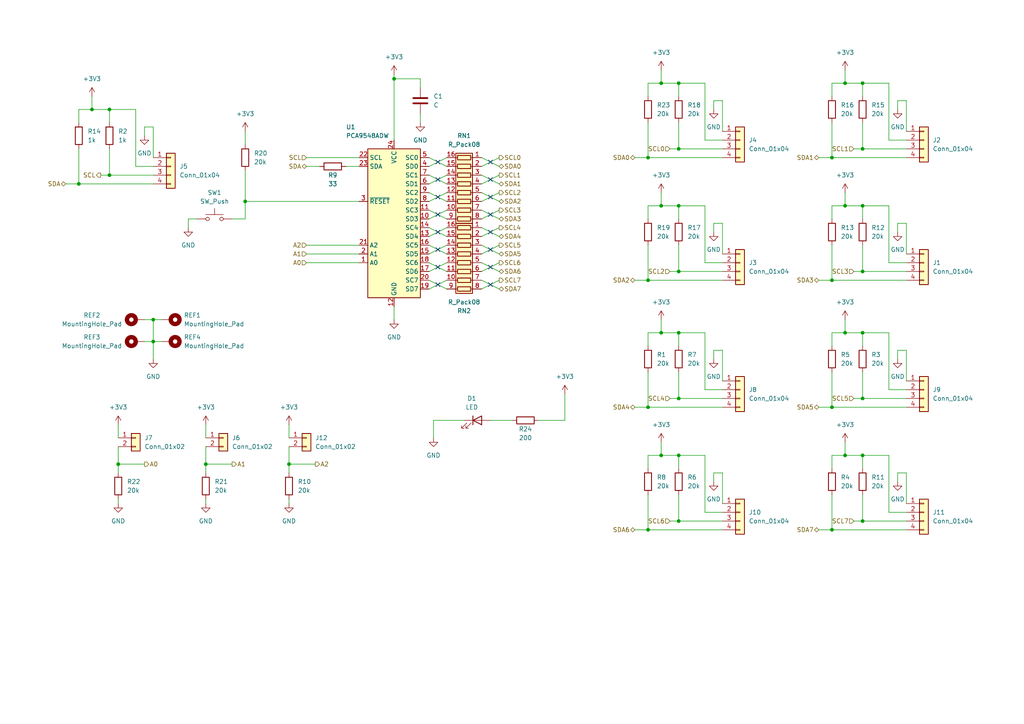
<source format=kicad_sch>
(kicad_sch (version 20211123) (generator eeschema)
  (paper "A4")
  (lib_symbols
    (symbol "Connector_Generic:Conn_01x02" (pin_names (offset 1.016) hide)
      (property "Reference" "J" (at 0 2.54 0))
      (property "Value" "Conn_01x02" (at 0 -5.08 0))
      (symbol "Conn_01x02_1_1"
        (rectangle (start -1.27 -2.413) (end 0 -2.667) (stroke (width 0.1524)))
        (rectangle (start -1.27 0.127) (end 0 -0.127) (stroke (width 0.1524)))
        (rectangle (start -1.27 1.27) (end 1.27 -3.81) (stroke (width 0.254)) (fill (type background)))
        (pin passive line (at -5.08 0 0) (length 3.81) (name "Pin_1") (number "1"))
        (pin passive line (at -5.08 -2.54 0) (length 3.81) (name "Pin_2") (number "2"))
      )
    )
    (symbol "Connector_Generic:Conn_01x04" (pin_names (offset 1.016) hide)
      (property "Reference" "J" (at 0 5.08 0))
      (property "Value" "Conn_01x04" (at 0 -7.62 0))
      (symbol "Conn_01x04_1_1"
        (rectangle (start -1.27 -4.953) (end 0 -5.207) (stroke (width 0.1524)))
        (rectangle (start -1.27 -2.413) (end 0 -2.667) (stroke (width 0.1524)))
        (rectangle (start -1.27 0.127) (end 0 -0.127) (stroke (width 0.1524)))
        (rectangle (start -1.27 2.667) (end 0 2.413) (stroke (width 0.1524)))
        (rectangle (start -1.27 3.81) (end 1.27 -6.35) (stroke (width 0.254)) (fill (type background)))
        (pin passive line (at -5.08 2.54 0) (length 3.81) (name "Pin_1") (number "1"))
        (pin passive line (at -5.08 0 0) (length 3.81) (name "Pin_2") (number "2"))
        (pin passive line (at -5.08 -2.54 0) (length 3.81) (name "Pin_3") (number "3"))
        (pin passive line (at -5.08 -5.08 0) (length 3.81) (name "Pin_4") (number "4"))
      )
    )
    (symbol "Device:C" (pin_numbers hide) (pin_names (offset 0.254))
      (property "Reference" "C" (at 0.635 2.54 0))
      (property "Value" "C" (at 0.635 -2.54 0))
      (symbol "C_0_1"
        (polyline (pts (xy -2.032 -0.762) (xy 2.032 -0.762)) (stroke (width 0.508)))
        (polyline (pts (xy -2.032 0.762) (xy 2.032 0.762)) (stroke (width 0.508)))
      )
      (symbol "C_1_1"
        (pin passive line (at 0 3.81 270) (length 2.794) (name "~") (number "1"))
        (pin passive line (at 0 -3.81 90) (length 2.794) (name "~") (number "2"))
      )
    )
    (symbol "Device:LED" (pin_numbers hide) (pin_names (offset 1.016) hide)
      (property "Reference" "D" (at 0 2.54 0))
      (property "Value" "LED" (at 0 -2.54 0))
      (symbol "LED_0_1"
        (polyline (pts (xy -1.27 -1.27) (xy -1.27 1.27)) (stroke (width 0.254)))
        (polyline (pts (xy -1.27 0) (xy 1.27 0)))
        (polyline (pts (xy 1.27 -1.27) (xy 1.27 1.27) (xy -1.27 0) (xy 1.27 -1.27)) (stroke (width 0.254)))
        (polyline (pts (xy -3.048 -0.762) (xy -4.572 -2.286) (xy -3.81 -2.286) (xy -4.572 -2.286) (xy -4.572 -1.524)))
        (polyline (pts (xy -1.778 -0.762) (xy -3.302 -2.286) (xy -2.54 -2.286) (xy -3.302 -2.286) (xy -3.302 -1.524)))
      )
      (symbol "LED_1_1"
        (pin passive line (at -3.81 0 0) (length 2.54) (name "K") (number "1"))
        (pin passive line (at 3.81 0 180) (length 2.54) (name "A") (number "2"))
      )
    )
    (symbol "Device:R" (pin_numbers hide) (pin_names (offset 0))
      (property "Reference" "R" (at 2.032 0 90))
      (property "Value" "R" (at 0 0 90))
      (symbol "R_0_1"
        (rectangle (start -1.016 -2.54) (end 1.016 2.54) (stroke (width 0.254)))
      )
      (symbol "R_1_1"
        (pin passive line (at 0 3.81 270) (length 1.27) (name "~") (number "1"))
        (pin passive line (at 0 -3.81 90) (length 1.27) (name "~") (number "2"))
      )
    )
    (symbol "Device:R_Pack08" (pin_names (offset 0) hide)
      (property "Reference" "RN" (at -12.7 0 90))
      (property "Value" "R_Pack08" (at 10.16 0 90))
      (symbol "R_Pack08_0_1"
        (rectangle (start -11.43 -2.413) (end 8.89 2.413) (stroke (width 0.254)) (fill (type background)))
        (rectangle (start -10.795 1.905) (end -9.525 -1.905) (stroke (width 0.254)))
        (rectangle (start -8.255 1.905) (end -6.985 -1.905) (stroke (width 0.254)))
        (rectangle (start -5.715 1.905) (end -4.445 -1.905) (stroke (width 0.254)))
        (rectangle (start -3.175 1.905) (end -1.905 -1.905) (stroke (width 0.254)))
        (rectangle (start -0.635 1.905) (end 0.635 -1.905) (stroke (width 0.254)))
        (polyline (pts (xy -10.16 -2.54) (xy -10.16 -1.905)))
        (polyline (pts (xy -10.16 1.905) (xy -10.16 2.54)))
        (polyline (pts (xy -7.62 -2.54) (xy -7.62 -1.905)))
        (polyline (pts (xy -7.62 1.905) (xy -7.62 2.54)))
        (polyline (pts (xy -5.08 -2.54) (xy -5.08 -1.905)))
        (polyline (pts (xy -5.08 1.905) (xy -5.08 2.54)))
        (polyline (pts (xy -2.54 -2.54) (xy -2.54 -1.905)))
        (polyline (pts (xy -2.54 1.905) (xy -2.54 2.54)))
        (polyline (pts (xy 0 -2.54) (xy 0 -1.905)))
        (polyline (pts (xy 0 1.905) (xy 0 2.54)))
        (polyline (pts (xy 2.54 -2.54) (xy 2.54 -1.905)))
        (polyline (pts (xy 2.54 1.905) (xy 2.54 2.54)))
        (polyline (pts (xy 5.08 -2.54) (xy 5.08 -1.905)))
        (polyline (pts (xy 5.08 1.905) (xy 5.08 2.54)))
        (polyline (pts (xy 7.62 -2.54) (xy 7.62 -1.905)))
        (polyline (pts (xy 7.62 1.905) (xy 7.62 2.54)))
        (rectangle (start 1.905 1.905) (end 3.175 -1.905) (stroke (width 0.254)))
        (rectangle (start 4.445 1.905) (end 5.715 -1.905) (stroke (width 0.254)))
        (rectangle (start 6.985 1.905) (end 8.255 -1.905) (stroke (width 0.254)))
      )
      (symbol "R_Pack08_1_1"
        (pin passive line (at -10.16 -5.08 90) (length 2.54) (name "R1.1") (number "1"))
        (pin passive line (at 5.08 5.08 270) (length 2.54) (name "R7.2") (number "10"))
        (pin passive line (at 2.54 5.08 270) (length 2.54) (name "R6.2") (number "11"))
        (pin passive line (at 0 5.08 270) (length 2.54) (name "R5.2") (number "12"))
        (pin passive line (at -2.54 5.08 270) (length 2.54) (name "R4.2") (number "13"))
        (pin passive line (at -5.08 5.08 270) (length 2.54) (name "R3.2") (number "14"))
        (pin passive line (at -7.62 5.08 270) (length 2.54) (name "R2.2") (number "15"))
        (pin passive line (at -10.16 5.08 270) (length 2.54) (name "R1.2") (number "16"))
        (pin passive line (at -7.62 -5.08 90) (length 2.54) (name "R2.1") (number "2"))
        (pin passive line (at -5.08 -5.08 90) (length 2.54) (name "R3.1") (number "3"))
        (pin passive line (at -2.54 -5.08 90) (length 2.54) (name "R4.1") (number "4"))
        (pin passive line (at 0 -5.08 90) (length 2.54) (name "R5.1") (number "5"))
        (pin passive line (at 2.54 -5.08 90) (length 2.54) (name "R6.1") (number "6"))
        (pin passive line (at 5.08 -5.08 90) (length 2.54) (name "R7.1") (number "7"))
        (pin passive line (at 7.62 -5.08 90) (length 2.54) (name "R8.1") (number "8"))
        (pin passive line (at 7.62 5.08 270) (length 2.54) (name "R8.2") (number "9"))
      )
    )
    (symbol "Interface_Expansion:PCA9548ADW"
      (property "Reference" "U" (at -7.62 21.59 0))
      (property "Value" "PCA9548ADW" (at 1.016 21.59 0))
      (symbol "PCA9548ADW_0_1"
        (rectangle (start -7.62 20.32) (end 7.62 -22.86) (stroke (width 0.254)) (fill (type background)))
      )
      (symbol "PCA9548ADW_1_1"
        (pin input line (at -10.16 -12.7 0) (length 2.54) (name "A0") (number "1"))
        (pin bidirectional line (at 10.16 0 180) (length 2.54) (name "SD3") (number "10"))
        (pin output line (at 10.16 2.54 180) (length 2.54) (name "SC3") (number "11"))
        (pin power_in line (at 0 -25.4 90) (length 2.54) (name "GND") (number "12"))
        (pin bidirectional line (at 10.16 -5.08 180) (length 2.54) (name "SD4") (number "13"))
        (pin output line (at 10.16 -2.54 180) (length 2.54) (name "SC4") (number "14"))
        (pin bidirectional line (at 10.16 -10.16 180) (length 2.54) (name "SD5") (number "15"))
        (pin output line (at 10.16 -7.62 180) (length 2.54) (name "SC5") (number "16"))
        (pin bidirectional line (at 10.16 -15.24 180) (length 2.54) (name "SD6") (number "17"))
        (pin output line (at 10.16 -12.7 180) (length 2.54) (name "SC6") (number "18"))
        (pin bidirectional line (at 10.16 -20.32 180) (length 2.54) (name "SD7") (number "19"))
        (pin input line (at -10.16 -10.16 0) (length 2.54) (name "A1") (number "2"))
        (pin output line (at 10.16 -17.78 180) (length 2.54) (name "SC7") (number "20"))
        (pin input line (at -10.16 -7.62 0) (length 2.54) (name "A2") (number "21"))
        (pin input line (at -10.16 17.78 0) (length 2.54) (name "SCL") (number "22"))
        (pin bidirectional line (at -10.16 15.24 0) (length 2.54) (name "SDA") (number "23"))
        (pin power_in line (at 0 22.86 270) (length 2.54) (name "VCC") (number "24"))
        (pin input line (at -10.16 5.08 0) (length 2.54) (name "~{RESET}") (number "3"))
        (pin bidirectional line (at 10.16 15.24 180) (length 2.54) (name "SD0") (number "4"))
        (pin output line (at 10.16 17.78 180) (length 2.54) (name "SC0") (number "5"))
        (pin bidirectional line (at 10.16 10.16 180) (length 2.54) (name "SD1") (number "6"))
        (pin output line (at 10.16 12.7 180) (length 2.54) (name "SC1") (number "7"))
        (pin bidirectional line (at 10.16 5.08 180) (length 2.54) (name "SD2") (number "8"))
        (pin output line (at 10.16 7.62 180) (length 2.54) (name "SC2") (number "9"))
      )
    )
    (symbol "Mechanical:MountingHole_Pad" (pin_numbers hide) (pin_names (offset 1.016) hide)
      (property "Reference" "H" (at 0 6.35 0))
      (property "Value" "MountingHole_Pad" (at 0 4.445 0))
      (symbol "MountingHole_Pad_0_1"
        (circle (center 0 1.27) (radius 1.27) (stroke (width 1.27)))
      )
      (symbol "MountingHole_Pad_1_1"
        (pin input line (at 0 -2.54 90) (length 2.54) (name "1") (number "1"))
      )
    )
    (symbol "Switch:SW_Push" (pin_numbers hide) (pin_names (offset 1.016) hide)
      (property "Reference" "SW" (at 1.27 2.54 0))
      (property "Value" "SW_Push" (at 0 -1.524 0))
      (symbol "SW_Push_0_1"
        (circle (center -2.032 0) (radius 0.508))
        (polyline (pts (xy 0 1.27) (xy 0 3.048)))
        (polyline (pts (xy 2.54 1.27) (xy -2.54 1.27)))
        (circle (center 2.032 0) (radius 0.508))
        (pin passive line (at -5.08 0 0) (length 2.54) (name "1") (number "1"))
        (pin passive line (at 5.08 0 180) (length 2.54) (name "2") (number "2"))
      )
    )
    (symbol "power:+3.3V" (power) (pin_names (offset 0))
      (property "Value" "+3.3V" (at 0 3.556 0))
      (symbol "+3.3V_0_1"
        (polyline (pts (xy -0.762 1.27) (xy 0 2.54)))
        (polyline (pts (xy 0 0) (xy 0 2.54)))
        (polyline (pts (xy 0 2.54) (xy 0.762 1.27)))
      )
      (symbol "+3.3V_1_1"
        (pin power_in line (at 0 0 90) (length 0) hide (name "+3V3") (number "1"))
      )
    )
    (symbol "power:GND" (power) (pin_names (offset 0))
      (property "Value" "GND" (at 0 -3.81 0))
      (symbol "GND_0_1"
        (polyline (pts (xy 0 0) (xy 0 -1.27) (xy 1.27 -1.27) (xy 0 -2.54) (xy -1.27 -1.27) (xy 0 -1.27)))
      )
      (symbol "GND_1_1"
        (pin power_in line (at 0 0 270) (length 0) hide (name "GND") (number "1"))
      )
    )
  )
  (junction (at 34.29 134.62))
  (junction (at 191.77 96.52))
  (junction (at 26.67 31.75))
  (junction (at 250.19 115.57))
  (junction (at 250.19 151.13))
  (junction (at 196.85 132.08))
  (junction (at 241.3 118.11))
  (junction (at 250.19 24.13))
  (junction (at 59.69 134.62))
  (junction (at 245.11 24.13))
  (junction (at 114.3 22.86))
  (junction (at 191.77 132.08))
  (junction (at 250.19 96.52))
  (junction (at 196.85 78.74))
  (junction (at 187.96 153.67))
  (junction (at 44.45 99.06))
  (junction (at 83.82 134.62))
  (junction (at 196.85 151.13))
  (junction (at 196.85 43.18))
  (junction (at 196.85 115.57))
  (junction (at 187.96 45.72))
  (junction (at 44.45 92.71))
  (junction (at 241.3 153.67))
  (junction (at 187.96 118.11))
  (junction (at 245.11 132.08))
  (junction (at 196.85 59.69))
  (junction (at 196.85 24.13))
  (junction (at 31.75 50.8))
  (junction (at 250.19 43.18))
  (junction (at 245.11 59.69))
  (junction (at 191.77 59.69))
  (junction (at 187.96 81.28))
  (junction (at 22.86 53.34))
  (junction (at 250.19 132.08))
  (junction (at 31.75 31.75))
  (junction (at 250.19 78.74))
  (junction (at 71.12 58.42))
  (junction (at 241.3 45.72))
  (junction (at 241.3 81.28))
  (junction (at 245.11 96.52))
  (junction (at 250.19 59.69))
  (junction (at 191.77 24.13))
  (junction (at 196.85 96.52))
  (no_connect (at 127 57.15))
  (no_connect (at 142.24 82.55))
  (no_connect (at 127 67.31))
  (no_connect (at 127 82.55))
  (no_connect (at 142.24 72.39))
  (no_connect (at 127 72.39))
  (no_connect (at 127 77.47))
  (no_connect (at 127 62.23))
  (no_connect (at 142.24 46.99))
  (no_connect (at 127 46.99))
  (no_connect (at 127 52.07))
  (no_connect (at 142.24 67.31))
  (no_connect (at 142.24 52.07))
  (no_connect (at 142.24 57.15))
  (no_connect (at 142.24 62.23))
  (no_connect (at 142.24 77.47))
  (wire (pts (xy 191.77 128.27) (xy 191.77 132.08)))
  (wire (pts (xy 22.86 31.75) (xy 22.86 35.56)))
  (wire (pts (xy 204.47 148.59) (xy 209.55 148.59)))
  (wire (pts (xy 144.78 48.26) (xy 139.7 45.72)))
  (wire (pts (xy 57.15 63.5) (xy 54.61 63.5)))
  (wire (pts (xy 257.81 113.03) (xy 262.89 113.03)))
  (wire (pts (xy 209.55 146.05) (xy 209.55 137.16)))
  (wire (pts (xy 262.89 29.21) (xy 260.35 29.21)))
  (wire (pts (xy 125.73 127) (xy 125.73 121.92)))
  (wire (pts (xy 44.45 99.06) (xy 46.99 99.06)))
  (wire (pts (xy 129.54 71.12) (xy 124.46 73.66)))
  (wire (pts (xy 184.15 45.72) (xy 187.96 45.72)))
  (wire (pts (xy 257.81 76.2) (xy 262.89 76.2)))
  (wire (pts (xy 26.67 31.75) (xy 22.86 31.75)))
  (wire (pts (xy 257.81 40.64) (xy 262.89 40.64)))
  (wire (pts (xy 250.19 132.08) (xy 250.19 135.89)))
  (wire (pts (xy 209.55 38.1) (xy 209.55 29.21)))
  (wire (pts (xy 34.29 129.54) (xy 34.29 134.62)))
  (wire (pts (xy 59.69 134.62) (xy 67.31 134.62)))
  (wire (pts (xy 83.82 134.62) (xy 83.82 137.16)))
  (wire (pts (xy 262.89 118.11) (xy 241.3 118.11)))
  (wire (pts (xy 144.78 66.04) (xy 139.7 68.58)))
  (wire (pts (xy 247.65 43.18) (xy 250.19 43.18)))
  (wire (pts (xy 262.89 110.49) (xy 262.89 101.6)))
  (wire (pts (xy 191.77 55.88) (xy 191.77 59.69)))
  (wire (pts (xy 241.3 24.13) (xy 241.3 27.94)))
  (wire (pts (xy 121.92 22.86) (xy 114.3 22.86)))
  (wire (pts (xy 129.54 83.82) (xy 124.46 81.28)))
  (wire (pts (xy 144.78 63.5) (xy 139.7 60.96)))
  (wire (pts (xy 260.35 137.16) (xy 260.35 139.7)))
  (wire (pts (xy 241.3 96.52) (xy 241.3 100.33)))
  (wire (pts (xy 247.65 151.13) (xy 250.19 151.13)))
  (wire (pts (xy 29.21 50.8) (xy 31.75 50.8)))
  (wire (pts (xy 209.55 29.21) (xy 207.01 29.21)))
  (wire (pts (xy 237.49 81.28) (xy 241.3 81.28)))
  (wire (pts (xy 209.55 151.13) (xy 196.85 151.13)))
  (wire (pts (xy 41.91 99.06) (xy 44.45 99.06)))
  (wire (pts (xy 191.77 20.32) (xy 191.77 24.13)))
  (wire (pts (xy 260.35 29.21) (xy 260.35 31.75)))
  (wire (pts (xy 100.33 48.26) (xy 104.14 48.26)))
  (wire (pts (xy 250.19 24.13) (xy 257.81 24.13)))
  (wire (pts (xy 196.85 59.69) (xy 196.85 63.5)))
  (wire (pts (xy 129.54 53.34) (xy 124.46 50.8)))
  (wire (pts (xy 187.96 96.52) (xy 187.96 100.33)))
  (wire (pts (xy 194.31 115.57) (xy 196.85 115.57)))
  (wire (pts (xy 129.54 63.5) (xy 124.46 60.96)))
  (wire (pts (xy 209.55 101.6) (xy 207.01 101.6)))
  (wire (pts (xy 245.11 128.27) (xy 245.11 132.08)))
  (wire (pts (xy 71.12 38.1) (xy 71.12 41.91)))
  (wire (pts (xy 204.47 24.13) (xy 204.47 40.64)))
  (wire (pts (xy 262.89 38.1) (xy 262.89 29.21)))
  (wire (pts (xy 209.55 110.49) (xy 209.55 101.6)))
  (wire (pts (xy 204.47 132.08) (xy 204.47 148.59)))
  (wire (pts (xy 207.01 137.16) (xy 207.01 139.7)))
  (wire (pts (xy 83.82 123.19) (xy 83.82 127)))
  (wire (pts (xy 71.12 58.42) (xy 71.12 49.53)))
  (wire (pts (xy 41.91 36.83) (xy 41.91 39.37)))
  (wire (pts (xy 241.3 59.69) (xy 241.3 63.5)))
  (wire (pts (xy 209.55 43.18) (xy 196.85 43.18)))
  (wire (pts (xy 184.15 81.28) (xy 187.96 81.28)))
  (wire (pts (xy 250.19 151.13) (xy 250.19 143.51)))
  (wire (pts (xy 245.11 20.32) (xy 245.11 24.13)))
  (wire (pts (xy 184.15 153.67) (xy 187.96 153.67)))
  (wire (pts (xy 262.89 73.66) (xy 262.89 64.77)))
  (wire (pts (xy 34.29 144.78) (xy 34.29 146.05)))
  (wire (pts (xy 83.82 129.54) (xy 83.82 134.62)))
  (wire (pts (xy 209.55 115.57) (xy 196.85 115.57)))
  (wire (pts (xy 262.89 151.13) (xy 250.19 151.13)))
  (wire (pts (xy 88.9 48.26) (xy 92.71 48.26)))
  (wire (pts (xy 237.49 45.72) (xy 241.3 45.72)))
  (wire (pts (xy 88.9 73.66) (xy 104.14 73.66)))
  (wire (pts (xy 31.75 31.75) (xy 39.37 31.75)))
  (wire (pts (xy 156.21 121.92) (xy 163.83 121.92)))
  (wire (pts (xy 41.91 92.71) (xy 44.45 92.71)))
  (wire (pts (xy 250.19 24.13) (xy 250.19 27.94)))
  (wire (pts (xy 250.19 115.57) (xy 250.19 107.95)))
  (wire (pts (xy 247.65 115.57) (xy 250.19 115.57)))
  (wire (pts (xy 129.54 68.58) (xy 124.46 66.04)))
  (wire (pts (xy 250.19 132.08) (xy 257.81 132.08)))
  (wire (pts (xy 196.85 151.13) (xy 196.85 143.51)))
  (wire (pts (xy 245.11 96.52) (xy 250.19 96.52)))
  (wire (pts (xy 163.83 121.92) (xy 163.83 114.3)))
  (wire (pts (xy 129.54 58.42) (xy 124.46 55.88)))
  (wire (pts (xy 209.55 153.67) (xy 187.96 153.67)))
  (wire (pts (xy 241.3 132.08) (xy 241.3 135.89)))
  (wire (pts (xy 144.78 55.88) (xy 139.7 58.42)))
  (wire (pts (xy 250.19 96.52) (xy 250.19 100.33)))
  (wire (pts (xy 245.11 96.52) (xy 241.3 96.52)))
  (wire (pts (xy 257.81 132.08) (xy 257.81 148.59)))
  (wire (pts (xy 44.45 92.71) (xy 46.99 92.71)))
  (wire (pts (xy 262.89 101.6) (xy 260.35 101.6)))
  (wire (pts (xy 88.9 45.72) (xy 104.14 45.72)))
  (wire (pts (xy 196.85 96.52) (xy 204.47 96.52)))
  (wire (pts (xy 196.85 132.08) (xy 196.85 135.89)))
  (wire (pts (xy 204.47 113.03) (xy 209.55 113.03)))
  (wire (pts (xy 260.35 101.6) (xy 260.35 104.14)))
  (wire (pts (xy 209.55 45.72) (xy 187.96 45.72)))
  (wire (pts (xy 26.67 27.94) (xy 26.67 31.75)))
  (wire (pts (xy 262.89 64.77) (xy 260.35 64.77)))
  (wire (pts (xy 262.89 81.28) (xy 241.3 81.28)))
  (wire (pts (xy 83.82 134.62) (xy 91.44 134.62)))
  (wire (pts (xy 245.11 132.08) (xy 250.19 132.08)))
  (wire (pts (xy 191.77 59.69) (xy 187.96 59.69)))
  (wire (pts (xy 204.47 59.69) (xy 204.47 76.2)))
  (wire (pts (xy 194.31 78.74) (xy 196.85 78.74)))
  (wire (pts (xy 88.9 76.2) (xy 104.14 76.2)))
  (wire (pts (xy 44.45 53.34) (xy 22.86 53.34)))
  (wire (pts (xy 191.77 96.52) (xy 196.85 96.52)))
  (wire (pts (xy 144.78 76.2) (xy 139.7 78.74)))
  (wire (pts (xy 129.54 45.72) (xy 124.46 48.26)))
  (wire (pts (xy 129.54 76.2) (xy 124.46 78.74)))
  (wire (pts (xy 59.69 129.54) (xy 59.69 134.62)))
  (wire (pts (xy 144.78 50.8) (xy 139.7 53.34)))
  (wire (pts (xy 241.3 45.72) (xy 241.3 35.56)))
  (wire (pts (xy 187.96 153.67) (xy 187.96 143.51)))
  (wire (pts (xy 257.81 148.59) (xy 262.89 148.59)))
  (wire (pts (xy 114.3 88.9) (xy 114.3 92.71)))
  (wire (pts (xy 129.54 81.28) (xy 124.46 83.82)))
  (wire (pts (xy 250.19 96.52) (xy 257.81 96.52)))
  (wire (pts (xy 44.45 45.72) (xy 44.45 36.83)))
  (wire (pts (xy 114.3 22.86) (xy 114.3 40.64)))
  (wire (pts (xy 204.47 96.52) (xy 204.47 113.03)))
  (wire (pts (xy 144.78 81.28) (xy 139.7 83.82)))
  (wire (pts (xy 245.11 55.88) (xy 245.11 59.69)))
  (wire (pts (xy 71.12 63.5) (xy 71.12 58.42)))
  (wire (pts (xy 209.55 78.74) (xy 196.85 78.74)))
  (wire (pts (xy 22.86 53.34) (xy 19.05 53.34)))
  (wire (pts (xy 187.96 45.72) (xy 187.96 35.56)))
  (wire (pts (xy 257.81 24.13) (xy 257.81 40.64)))
  (wire (pts (xy 187.96 24.13) (xy 187.96 27.94)))
  (wire (pts (xy 44.45 99.06) (xy 44.45 92.71)))
  (wire (pts (xy 257.81 96.52) (xy 257.81 113.03)))
  (wire (pts (xy 144.78 53.34) (xy 139.7 50.8)))
  (wire (pts (xy 262.89 43.18) (xy 250.19 43.18)))
  (wire (pts (xy 250.19 78.74) (xy 250.19 71.12)))
  (wire (pts (xy 207.01 29.21) (xy 207.01 31.75)))
  (wire (pts (xy 187.96 132.08) (xy 187.96 135.89)))
  (wire (pts (xy 187.96 59.69) (xy 187.96 63.5)))
  (wire (pts (xy 129.54 48.26) (xy 124.46 45.72)))
  (wire (pts (xy 262.89 137.16) (xy 260.35 137.16)))
  (wire (pts (xy 144.78 68.58) (xy 139.7 66.04)))
  (wire (pts (xy 144.78 83.82) (xy 139.7 81.28)))
  (wire (pts (xy 34.29 134.62) (xy 41.91 134.62)))
  (wire (pts (xy 262.89 45.72) (xy 241.3 45.72)))
  (wire (pts (xy 44.45 36.83) (xy 41.91 36.83)))
  (wire (pts (xy 44.45 104.14) (xy 44.45 99.06)))
  (wire (pts (xy 204.47 76.2) (xy 209.55 76.2)))
  (wire (pts (xy 54.61 63.5) (xy 54.61 66.04)))
  (wire (pts (xy 191.77 24.13) (xy 196.85 24.13)))
  (wire (pts (xy 34.29 123.19) (xy 34.29 127)))
  (wire (pts (xy 129.54 73.66) (xy 124.46 71.12)))
  (wire (pts (xy 187.96 81.28) (xy 187.96 71.12)))
  (wire (pts (xy 191.77 132.08) (xy 196.85 132.08)))
  (wire (pts (xy 191.77 92.71) (xy 191.77 96.52)))
  (wire (pts (xy 250.19 59.69) (xy 250.19 63.5)))
  (wire (pts (xy 67.31 63.5) (xy 71.12 63.5)))
  (wire (pts (xy 191.77 96.52) (xy 187.96 96.52)))
  (wire (pts (xy 34.29 134.62) (xy 34.29 137.16)))
  (wire (pts (xy 125.73 121.92) (xy 134.62 121.92)))
  (wire (pts (xy 245.11 92.71) (xy 245.11 96.52)))
  (wire (pts (xy 245.11 24.13) (xy 241.3 24.13)))
  (wire (pts (xy 191.77 59.69) (xy 196.85 59.69)))
  (wire (pts (xy 262.89 78.74) (xy 250.19 78.74)))
  (wire (pts (xy 245.11 59.69) (xy 241.3 59.69)))
  (wire (pts (xy 121.92 33.02) (xy 121.92 35.56)))
  (wire (pts (xy 191.77 132.08) (xy 187.96 132.08)))
  (wire (pts (xy 144.78 60.96) (xy 139.7 63.5)))
  (wire (pts (xy 144.78 78.74) (xy 139.7 76.2)))
  (wire (pts (xy 209.55 81.28) (xy 187.96 81.28)))
  (wire (pts (xy 144.78 73.66) (xy 139.7 71.12)))
  (wire (pts (xy 196.85 24.13) (xy 204.47 24.13)))
  (wire (pts (xy 26.67 31.75) (xy 31.75 31.75)))
  (wire (pts (xy 129.54 66.04) (xy 124.46 68.58)))
  (wire (pts (xy 194.31 151.13) (xy 196.85 151.13)))
  (wire (pts (xy 191.77 24.13) (xy 187.96 24.13)))
  (wire (pts (xy 39.37 48.26) (xy 44.45 48.26)))
  (wire (pts (xy 247.65 78.74) (xy 250.19 78.74)))
  (wire (pts (xy 194.31 43.18) (xy 196.85 43.18)))
  (wire (pts (xy 144.78 45.72) (xy 139.7 48.26)))
  (wire (pts (xy 209.55 137.16) (xy 207.01 137.16)))
  (wire (pts (xy 59.69 123.19) (xy 59.69 127)))
  (wire (pts (xy 129.54 78.74) (xy 124.46 76.2)))
  (wire (pts (xy 142.24 121.92) (xy 148.59 121.92)))
  (wire (pts (xy 241.3 81.28) (xy 241.3 71.12)))
  (wire (pts (xy 196.85 96.52) (xy 196.85 100.33)))
  (wire (pts (xy 237.49 153.67) (xy 241.3 153.67)))
  (wire (pts (xy 83.82 144.78) (xy 83.82 146.05)))
  (wire (pts (xy 196.85 132.08) (xy 204.47 132.08)))
  (wire (pts (xy 59.69 144.78) (xy 59.69 146.05)))
  (wire (pts (xy 31.75 50.8) (xy 31.75 43.18)))
  (wire (pts (xy 196.85 24.13) (xy 196.85 27.94)))
  (wire (pts (xy 257.81 59.69) (xy 257.81 76.2)))
  (wire (pts (xy 262.89 153.67) (xy 241.3 153.67)))
  (wire (pts (xy 196.85 78.74) (xy 196.85 71.12)))
  (wire (pts (xy 59.69 134.62) (xy 59.69 137.16)))
  (wire (pts (xy 204.47 40.64) (xy 209.55 40.64)))
  (wire (pts (xy 207.01 64.77) (xy 207.01 67.31)))
  (wire (pts (xy 144.78 58.42) (xy 139.7 55.88)))
  (wire (pts (xy 88.9 71.12) (xy 104.14 71.12)))
  (wire (pts (xy 187.96 118.11) (xy 187.96 107.95)))
  (wire (pts (xy 22.86 43.18) (xy 22.86 53.34)))
  (wire (pts (xy 31.75 31.75) (xy 31.75 35.56)))
  (wire (pts (xy 129.54 60.96) (xy 124.46 63.5)))
  (wire (pts (xy 196.85 59.69) (xy 204.47 59.69)))
  (wire (pts (xy 114.3 21.59) (xy 114.3 22.86)))
  (wire (pts (xy 241.3 153.67) (xy 241.3 143.51)))
  (wire (pts (xy 250.19 59.69) (xy 257.81 59.69)))
  (wire (pts (xy 245.11 59.69) (xy 250.19 59.69)))
  (wire (pts (xy 44.45 50.8) (xy 31.75 50.8)))
  (wire (pts (xy 184.15 118.11) (xy 187.96 118.11)))
  (wire (pts (xy 196.85 115.57) (xy 196.85 107.95)))
  (wire (pts (xy 104.14 58.42) (xy 71.12 58.42)))
  (wire (pts (xy 262.89 115.57) (xy 250.19 115.57)))
  (wire (pts (xy 209.55 64.77) (xy 207.01 64.77)))
  (wire (pts (xy 129.54 55.88) (xy 124.46 58.42)))
  (wire (pts (xy 121.92 25.4) (xy 121.92 22.86)))
  (wire (pts (xy 196.85 43.18) (xy 196.85 35.56)))
  (wire (pts (xy 144.78 71.12) (xy 139.7 73.66)))
  (wire (pts (xy 129.54 50.8) (xy 124.46 53.34)))
  (wire (pts (xy 39.37 31.75) (xy 39.37 48.26)))
  (wire (pts (xy 250.19 43.18) (xy 250.19 35.56)))
  (wire (pts (xy 245.11 132.08) (xy 241.3 132.08)))
  (wire (pts (xy 262.89 146.05) (xy 262.89 137.16)))
  (wire (pts (xy 209.55 118.11) (xy 187.96 118.11)))
  (wire (pts (xy 209.55 73.66) (xy 209.55 64.77)))
  (wire (pts (xy 260.35 64.77) (xy 260.35 67.31)))
  (wire (pts (xy 241.3 118.11) (xy 241.3 107.95)))
  (wire (pts (xy 237.49 118.11) (xy 241.3 118.11)))
  (wire (pts (xy 245.11 24.13) (xy 250.19 24.13)))
  (wire (pts (xy 207.01 101.6) (xy 207.01 104.14)))
  (hierarchical_label "SCL7" (shape input) (at 247.65 151.13 180))
  (hierarchical_label "SCL3" (shape input) (at 247.65 78.74 180))
  (hierarchical_label "A1" (shape input) (at 88.9 73.66 180))
  (hierarchical_label "SCL2" (shape output) (at 144.78 55.88 0))
  (hierarchical_label "SCL7" (shape output) (at 144.78 81.28 0))
  (hierarchical_label "SCL6" (shape input) (at 194.31 151.13 180))
  (hierarchical_label "SCL3" (shape output) (at 144.78 60.96 0))
  (hierarchical_label "SDA1" (shape bidirectional) (at 144.78 53.34 0))
  (hierarchical_label "SCL6" (shape output) (at 144.78 76.2 0))
  (hierarchical_label "SCL" (shape input) (at 88.9 45.72 180))
  (hierarchical_label "SDA" (shape bidirectional) (at 19.05 53.34 180))
  (hierarchical_label "SDA5" (shape bidirectional) (at 144.78 73.66 0))
  (hierarchical_label "SCL" (shape output) (at 29.21 50.8 180))
  (hierarchical_label "SDA6" (shape bidirectional) (at 144.78 78.74 0))
  (hierarchical_label "SDA4" (shape bidirectional) (at 144.78 68.58 0))
  (hierarchical_label "SCL2" (shape input) (at 194.31 78.74 180))
  (hierarchical_label "SCL0" (shape output) (at 144.78 45.72 0))
  (hierarchical_label "SDA" (shape bidirectional) (at 88.9 48.26 180))
  (hierarchical_label "A0" (shape input) (at 88.9 76.2 180))
  (hierarchical_label "A1" (shape output) (at 67.31 134.62 0))
  (hierarchical_label "A2" (shape output) (at 91.44 134.62 0))
  (hierarchical_label "SDA4" (shape bidirectional) (at 184.15 118.11 180))
  (hierarchical_label "SDA1" (shape bidirectional) (at 237.49 45.72 180))
  (hierarchical_label "SDA0" (shape bidirectional) (at 144.78 48.26 0))
  (hierarchical_label "SCL4" (shape input) (at 194.31 115.57 180))
  (hierarchical_label "A0" (shape output) (at 41.91 134.62 0))
  (hierarchical_label "SDA2" (shape bidirectional) (at 144.78 58.42 0))
  (hierarchical_label "SDA6" (shape bidirectional) (at 184.15 153.67 180))
  (hierarchical_label "SCL4" (shape output) (at 144.78 66.04 0))
  (hierarchical_label "SDA2" (shape bidirectional) (at 184.15 81.28 180))
  (hierarchical_label "A2" (shape input) (at 88.9 71.12 180))
  (hierarchical_label "SCL1" (shape input) (at 247.65 43.18 180))
  (hierarchical_label "SDA7" (shape bidirectional) (at 144.78 83.82 0))
  (hierarchical_label "SDA3" (shape bidirectional) (at 237.49 81.28 180))
  (hierarchical_label "SCL5" (shape output) (at 144.78 71.12 0))
  (hierarchical_label "SDA0" (shape bidirectional) (at 184.15 45.72 180))
  (hierarchical_label "SDA7" (shape bidirectional) (at 237.49 153.67 180))
  (hierarchical_label "SDA3" (shape bidirectional) (at 144.78 63.5 0))
  (hierarchical_label "SCL1" (shape output) (at 144.78 50.8 0))
  (hierarchical_label "SCL5" (shape input) (at 247.65 115.57 180))
  (hierarchical_label "SCL0" (shape input) (at 194.31 43.18 180))
  (hierarchical_label "SDA5" (shape bidirectional) (at 237.49 118.11 180))
  (symbol (lib_id "Device:R") (at 187.96 31.75 0) (unit 1)
    (property "Reference" "R23" (at 190.5 30.4799 0) (effects (justify left)))
    (property "Value" "20k" (at 190.5 33.0199 0) (effects (justify left)))
    (property "Footprint" "Resistor_SMD:R_0402_1005Metric_Pad0.72x0.64mm_HandSolder" (effects hide))
  )
  (symbol (lib_id "Connector_Generic:Conn_01x04") (at 214.63 148.59 0) (unit 1)
    (property "Reference" "J10" (at 217.17 148.5899 0) (effects (justify left)))
    (property "Value" "Conn_01x04" (at 217.17 151.1299 0) (effects (justify left)))
    (property "Footprint" "Connector_PinHeader_2.54mm:PinHeader_1x04_P2.54mm_Vertical" (effects hide))
  )
  (symbol (lib_id "Connector_Generic:Conn_01x02") (at 64.77 127 0) (unit 1)
    (property "Reference" "J6" (at 67.31 126.9999 0) (effects (justify left)))
    (property "Value" "Conn_01x02" (at 67.31 129.5399 0) (effects (justify left)))
    (property "Footprint" "Connector_PinHeader_2.54mm:PinHeader_1x02_P2.54mm_Vertical" (effects hide))
  )
  (symbol (lib_id "Device:R") (at 71.12 45.72 0) (unit 1)
    (property "Reference" "R20" (at 73.66 44.4499 0) (effects (justify left)))
    (property "Value" "20k" (at 73.66 46.9899 0) (effects (justify left)))
    (property "Footprint" "Resistor_SMD:R_0402_1005Metric_Pad0.72x0.64mm_HandSolder" (effects hide))
  )
  (symbol (lib_id "power:GND") (at 207.01 67.31 0) (unit 1)
    (property "Reference" "#PWR0122" (effects hide))
    (property "Value" "GND" (at 207.01 72.39 0))
  )
  (symbol (lib_id "Device:R") (at 34.29 140.97 0) (unit 1)
    (property "Reference" "R22" (at 36.83 139.6999 0) (effects (justify left)))
    (property "Value" "20k" (at 36.83 142.2399 0) (effects (justify left)))
    (property "Footprint" "Resistor_SMD:R_0402_1005Metric_Pad0.72x0.64mm_HandSolder" (effects hide))
  )
  (symbol (lib_id "power:+3.3V") (at 245.11 92.71 0) (unit 1)
    (property "Reference" "#PWR0115" (effects hide))
    (property "Value" "+3.3V" (at 245.11 87.63 0))
  )
  (symbol (lib_id "power:+3.3V") (at 191.77 128.27 0) (unit 1)
    (property "Reference" "#PWR0127" (effects hide))
    (property "Value" "+3.3V" (at 191.77 123.19 0))
  )
  (symbol (lib_id "Connector_Generic:Conn_01x04") (at 267.97 40.64 0) (unit 1)
    (property "Reference" "J2" (at 270.51 40.6399 0) (effects (justify left)))
    (property "Value" "Conn_01x04" (at 270.51 43.1799 0) (effects (justify left)))
    (property "Footprint" "Connector_PinHeader_2.54mm:PinHeader_1x04_P2.54mm_Vertical" (effects hide))
  )
  (symbol (lib_id "Connector_Generic:Conn_01x04") (at 267.97 148.59 0) (unit 1)
    (property "Reference" "J11" (at 270.51 148.5899 0) (effects (justify left)))
    (property "Value" "Conn_01x04" (at 270.51 151.1299 0) (effects (justify left)))
    (property "Footprint" "Connector_PinHeader_2.54mm:PinHeader_1x04_P2.54mm_Vertical" (effects hide))
  )
  (symbol (lib_id "Device:R") (at 196.85 67.31 0) (unit 1)
    (property "Reference" "R17" (at 199.39 66.0399 0) (effects (justify left)))
    (property "Value" "20k" (at 199.39 68.5799 0) (effects (justify left)))
    (property "Footprint" "Resistor_SMD:R_0402_1005Metric_Pad0.72x0.64mm_HandSolder" (effects hide))
  )
  (symbol (lib_id "power:+3.3V") (at 163.83 114.3 0) (unit 1)
    (property "Reference" "#PWR03" (effects hide))
    (property "Value" "+3.3V" (at 163.83 109.22 0))
  )
  (symbol (lib_id "Mechanical:MountingHole_Pad") (at 49.53 99.06 270) (unit 1)
    (property "Reference" "REF4" (at 53.34 97.7899 90) (effects (justify left)))
    (property "Value" "MountingHole_Pad" (at 53.34 100.3299 90) (effects (justify left)))
    (property "Footprint" "MountingHole:MountingHole_2.5mm_Pad_Via" (effects hide))
  )
  (symbol (lib_id "power:+3.3V") (at 26.67 27.94 0) (unit 1)
    (property "Reference" "#PWR0109" (effects hide))
    (property "Value" "+3.3V" (at 26.67 22.86 0))
  )
  (symbol (lib_id "Device:R") (at 187.96 104.14 0) (unit 1)
    (property "Reference" "R1" (at 190.5 102.8699 0) (effects (justify left)))
    (property "Value" "20k" (at 190.5 105.4099 0) (effects (justify left)))
    (property "Footprint" "Resistor_SMD:R_0402_1005Metric_Pad0.72x0.64mm_HandSolder" (effects hide))
  )
  (symbol (lib_id "power:GND") (at 125.73 127 0) (unit 1)
    (property "Reference" "#PWR02" (effects hide))
    (property "Value" "GND" (at 125.73 132.08 0))
  )
  (symbol (lib_id "Device:R") (at 187.96 139.7 0) (unit 1)
    (property "Reference" "R8" (at 190.5 138.4299 0) (effects (justify left)))
    (property "Value" "20k" (at 190.5 140.9699 0) (effects (justify left)))
    (property "Footprint" "Resistor_SMD:R_0402_1005Metric_Pad0.72x0.64mm_HandSolder" (effects hide))
  )
  (symbol (lib_id "Connector_Generic:Conn_01x02") (at 88.9 127 0) (unit 1)
    (property "Reference" "J12" (at 91.44 126.9999 0) (effects (justify left)))
    (property "Value" "Conn_01x02" (at 91.44 129.5399 0) (effects (justify left)))
    (property "Footprint" "Connector_PinHeader_2.54mm:PinHeader_1x02_P2.54mm_Vertical" (effects hide))
  )
  (symbol (lib_id "Mechanical:MountingHole_Pad") (at 39.37 99.06 90) (unit 1)
    (property "Reference" "REF3" (at 26.67 97.79 90))
    (property "Value" "MountingHole_Pad" (at 26.67 100.33 90))
    (property "Footprint" "MountingHole:MountingHole_2.5mm_Pad_Via" (effects hide))
  )
  (symbol (lib_id "Interface_Expansion:PCA9548ADW") (at 114.3 63.5 0) (unit 1)
    (property "Reference" "U1" (at 100.33 36.83 0) (effects (justify left)))
    (property "Value" "PCA9548ADW" (at 100.33 39.37 0) (effects (justify left)))
    (property "Footprint" "Package_SO:SOIC-24W_7.5x15.4mm_P1.27mm" (effects hide))
    (property "Datasheet" "http://www.ti.com/lit/ds/symlink/pca9548a.pdf" (effects hide))
  )
  (symbol (lib_id "Device:R") (at 196.85 104.14 0) (unit 1)
    (property "Reference" "R7" (at 199.39 102.8699 0) (effects (justify left)))
    (property "Value" "20k" (at 199.39 105.4099 0) (effects (justify left)))
    (property "Footprint" "Resistor_SMD:R_0402_1005Metric_Pad0.72x0.64mm_HandSolder" (effects hide))
  )
  (symbol (lib_id "Mechanical:MountingHole_Pad") (at 39.37 92.71 90) (unit 1)
    (property "Reference" "REF2" (at 26.67 91.44 90))
    (property "Value" "MountingHole_Pad" (at 26.67 93.98 90))
    (property "Footprint" "MountingHole:MountingHole_2.5mm_Pad_Via" (effects hide))
  )
  (symbol (lib_id "Connector_Generic:Conn_01x04") (at 267.97 76.2 0) (unit 1)
    (property "Reference" "J1" (at 270.51 76.1999 0) (effects (justify left)))
    (property "Value" "Conn_01x04" (at 270.51 78.7399 0) (effects (justify left)))
    (property "Footprint" "Connector_PinHeader_2.54mm:PinHeader_1x04_P2.54mm_Vertical" (effects hide))
  )
  (symbol (lib_id "power:GND") (at 207.01 31.75 0) (unit 1)
    (property "Reference" "#PWR0121" (effects hide))
    (property "Value" "GND" (at 207.01 36.83 0))
  )
  (symbol (lib_id "power:+3.3V") (at 191.77 92.71 0) (unit 1)
    (property "Reference" "#PWR0124" (effects hide))
    (property "Value" "+3.3V" (at 191.77 87.63 0))
  )
  (symbol (lib_id "Device:R") (at 250.19 139.7 0) (unit 1)
    (property "Reference" "R11" (at 252.73 138.4299 0) (effects (justify left)))
    (property "Value" "20k" (at 252.73 140.9699 0) (effects (justify left)))
    (property "Footprint" "Resistor_SMD:R_0402_1005Metric_Pad0.72x0.64mm_HandSolder" (effects hide))
  )
  (symbol (lib_id "Device:R_Pack08") (at 134.62 55.88 90) (mirror x) (unit 1)
    (property "Reference" "RN1" (at 134.62 39.37 90))
    (property "Value" "R_Pack08" (at 134.62 41.91 90))
    (property "Footprint" "footprints:EXB2HV_1" (effects hide))
  )
  (symbol (lib_id "power:+3.3V") (at 245.11 55.88 0) (unit 1)
    (property "Reference" "#PWR0117" (effects hide))
    (property "Value" "+3.3V" (at 245.11 50.8 0))
  )
  (symbol (lib_id "power:GND") (at 83.82 146.05 0) (unit 1)
    (property "Reference" "#PWR0103" (effects hide))
    (property "Value" "GND" (at 83.82 151.13 0))
  )
  (symbol (lib_id "Device:LED") (at 138.43 121.92 0) (unit 1)
    (property "Reference" "D1" (at 136.8425 115.57 0))
    (property "Value" "LED" (at 136.8425 118.11 0))
    (property "Footprint" "footprints:LEDC1006X25N" (effects hide))
  )
  (symbol (lib_id "Device:R") (at 96.52 48.26 90) (unit 1)
    (property "Reference" "R9" (at 96.52 50.8 90))
    (property "Value" "33" (at 96.52 53.34 90))
    (property "Footprint" "Resistor_SMD:R_0402_1005Metric_Pad0.72x0.64mm_HandSolder" (effects hide))
  )
  (symbol (lib_id "Device:R") (at 22.86 39.37 0) (unit 1)
    (property "Reference" "R14" (at 25.4 38.0999 0) (effects (justify left)))
    (property "Value" "1k" (at 25.4 40.6399 0) (effects (justify left)))
    (property "Footprint" "Resistor_SMD:R_0402_1005Metric_Pad0.72x0.64mm_HandSolder" (effects hide))
  )
  (symbol (lib_id "power:+3.3V") (at 59.69 123.19 0) (unit 1)
    (property "Reference" "#PWR0105" (effects hide))
    (property "Value" "+3.3V" (at 59.69 118.11 0))
  )
  (symbol (lib_id "Device:R") (at 241.3 139.7 0) (unit 1)
    (property "Reference" "R4" (at 243.84 138.4299 0) (effects (justify left)))
    (property "Value" "20k" (at 243.84 140.9699 0) (effects (justify left)))
    (property "Footprint" "Resistor_SMD:R_0402_1005Metric_Pad0.72x0.64mm_HandSolder" (effects hide))
  )
  (symbol (lib_id "power:GND") (at 260.35 104.14 0) (unit 1)
    (property "Reference" "#PWR0114" (effects hide))
    (property "Value" "GND" (at 260.35 109.22 0))
  )
  (symbol (lib_id "Device:R") (at 250.19 67.31 0) (unit 1)
    (property "Reference" "R12" (at 252.73 66.0399 0) (effects (justify left)))
    (property "Value" "20k" (at 252.73 68.5799 0) (effects (justify left)))
    (property "Footprint" "Resistor_SMD:R_0402_1005Metric_Pad0.72x0.64mm_HandSolder" (effects hide))
  )
  (symbol (lib_id "power:+3.3V") (at 191.77 55.88 0) (unit 1)
    (property "Reference" "#PWR0123" (effects hide))
    (property "Value" "+3.3V" (at 191.77 50.8 0))
  )
  (symbol (lib_id "power:GND") (at 207.01 104.14 0) (unit 1)
    (property "Reference" "#PWR0128" (effects hide))
    (property "Value" "GND" (at 207.01 109.22 0))
  )
  (symbol (lib_id "power:+3.3V") (at 245.11 128.27 0) (unit 1)
    (property "Reference" "#PWR0126" (effects hide))
    (property "Value" "+3.3V" (at 245.11 123.19 0))
  )
  (symbol (lib_id "Device:R") (at 196.85 139.7 0) (unit 1)
    (property "Reference" "R6" (at 199.39 138.4299 0) (effects (justify left)))
    (property "Value" "20k" (at 199.39 140.9699 0) (effects (justify left)))
    (property "Footprint" "Resistor_SMD:R_0402_1005Metric_Pad0.72x0.64mm_HandSolder" (effects hide))
  )
  (symbol (lib_id "Connector_Generic:Conn_01x04") (at 214.63 113.03 0) (unit 1)
    (property "Reference" "J8" (at 217.17 113.0299 0) (effects (justify left)))
    (property "Value" "Conn_01x04" (at 217.17 115.5699 0) (effects (justify left)))
    (property "Footprint" "Connector_PinHeader_2.54mm:PinHeader_1x04_P2.54mm_Vertical" (effects hide))
  )
  (symbol (lib_id "power:GND") (at 41.91 39.37 0) (unit 1)
    (property "Reference" "#PWR0108" (effects hide))
    (property "Value" "GND" (at 41.91 44.45 0))
  )
  (symbol (lib_id "power:GND") (at 59.69 146.05 0) (unit 1)
    (property "Reference" "#PWR0104" (effects hide))
    (property "Value" "GND" (at 59.69 151.13 0))
  )
  (symbol (lib_id "power:GND") (at 34.29 146.05 0) (unit 1)
    (property "Reference" "#PWR0101" (effects hide))
    (property "Value" "GND" (at 34.29 151.13 0))
  )
  (symbol (lib_id "power:GND") (at 44.45 104.14 0) (unit 1)
    (property "Reference" "#PWR0129" (effects hide))
    (property "Value" "GND" (at 44.45 109.22 0))
  )
  (symbol (lib_id "Connector_Generic:Conn_01x02") (at 39.37 127 0) (unit 1)
    (property "Reference" "J7" (at 41.91 126.9999 0) (effects (justify left)))
    (property "Value" "Conn_01x02" (at 41.91 129.5399 0) (effects (justify left)))
    (property "Footprint" "Connector_PinHeader_2.54mm:PinHeader_1x02_P2.54mm_Vertical" (effects hide))
  )
  (symbol (lib_id "power:GND") (at 54.61 66.04 0) (unit 1)
    (property "Reference" "#PWR01" (effects hide))
    (property "Value" "GND" (at 54.61 71.12 0))
  )
  (symbol (lib_id "power:+3.3V") (at 114.3 21.59 0) (unit 1)
    (property "Reference" "#PWR0111" (effects hide))
    (property "Value" "+3.3V" (at 114.3 16.51 0))
  )
  (symbol (lib_id "power:+3.3V") (at 34.29 123.19 0) (unit 1)
    (property "Reference" "#PWR0106" (effects hide))
    (property "Value" "+3.3V" (at 34.29 118.11 0))
  )
  (symbol (lib_id "Device:R") (at 83.82 140.97 0) (unit 1)
    (property "Reference" "R10" (at 86.36 139.6999 0) (effects (justify left)))
    (property "Value" "20k" (at 86.36 142.2399 0) (effects (justify left)))
    (property "Footprint" "Resistor_SMD:R_0402_1005Metric_Pad0.72x0.64mm_HandSolder" (effects hide))
  )
  (symbol (lib_id "power:+3.3V") (at 191.77 20.32 0) (unit 1)
    (property "Reference" "#PWR0116" (effects hide))
    (property "Value" "+3.3V" (at 191.77 15.24 0))
  )
  (symbol (lib_id "power:GND") (at 260.35 67.31 0) (unit 1)
    (property "Reference" "#PWR0119" (effects hide))
    (property "Value" "GND" (at 260.35 72.39 0))
  )
  (symbol (lib_id "power:GND") (at 260.35 139.7 0) (unit 1)
    (property "Reference" "#PWR0125" (effects hide))
    (property "Value" "GND" (at 260.35 144.78 0))
  )
  (symbol (lib_id "Connector_Generic:Conn_01x04") (at 267.97 113.03 0) (unit 1)
    (property "Reference" "J9" (at 270.51 113.0299 0) (effects (justify left)))
    (property "Value" "Conn_01x04" (at 270.51 115.5699 0) (effects (justify left)))
    (property "Footprint" "Connector_PinHeader_2.54mm:PinHeader_1x04_P2.54mm_Vertical" (effects hide))
  )
  (symbol (lib_id "Device:R") (at 31.75 39.37 0) (unit 1)
    (property "Reference" "R2" (at 34.29 38.0999 0) (effects (justify left)))
    (property "Value" "1k" (at 34.29 40.6399 0) (effects (justify left)))
    (property "Footprint" "Resistor_SMD:R_0402_1005Metric_Pad0.72x0.64mm_HandSolder" (effects hide))
  )
  (symbol (lib_id "power:GND") (at 207.01 139.7 0) (unit 1)
    (property "Reference" "#PWR0113" (effects hide))
    (property "Value" "GND" (at 207.01 144.78 0))
  )
  (symbol (lib_id "Device:C") (at 121.92 29.21 0) (unit 1)
    (property "Reference" "C1" (at 125.73 27.9399 0) (effects (justify left)))
    (property "Value" "C" (at 125.73 30.4799 0) (effects (justify left)))
    (property "Footprint" "Capacitor_SMD:C_0805_2012Metric_Pad1.18x1.45mm_HandSolder" (effects hide))
  )
  (symbol (lib_id "Device:R") (at 250.19 31.75 0) (unit 1)
    (property "Reference" "R15" (at 252.73 30.4799 0) (effects (justify left)))
    (property "Value" "20k" (at 252.73 33.0199 0) (effects (justify left)))
    (property "Footprint" "Resistor_SMD:R_0402_1005Metric_Pad0.72x0.64mm_HandSolder" (effects hide))
  )
  (symbol (lib_id "power:+3.3V") (at 71.12 38.1 0) (unit 1)
    (property "Reference" "#PWR0110" (effects hide))
    (property "Value" "+3.3V" (at 71.12 33.02 0))
  )
  (symbol (lib_id "power:GND") (at 260.35 31.75 0) (unit 1)
    (property "Reference" "#PWR0118" (effects hide))
    (property "Value" "GND" (at 260.35 36.83 0))
  )
  (symbol (lib_id "power:GND") (at 121.92 35.56 0) (unit 1)
    (property "Reference" "#PWR0112" (effects hide))
    (property "Value" "GND" (at 121.92 40.64 0))
  )
  (symbol (lib_id "Mechanical:MountingHole_Pad") (at 49.53 92.71 270) (unit 1)
    (property "Reference" "REF1" (at 53.34 91.4399 90) (effects (justify left)))
    (property "Value" "MountingHole_Pad" (at 53.34 93.9799 90) (effects (justify left)))
    (property "Footprint" "MountingHole:MountingHole_2.5mm_Pad_Via" (effects hide))
  )
  (symbol (lib_id "Device:R") (at 241.3 104.14 0) (unit 1)
    (property "Reference" "R5" (at 243.84 102.8699 0) (effects (justify left)))
    (property "Value" "20k" (at 243.84 105.4099 0) (effects (justify left)))
    (property "Footprint" "Resistor_SMD:R_0402_1005Metric_Pad0.72x0.64mm_HandSolder" (effects hide))
  )
  (symbol (lib_id "Connector_Generic:Conn_01x04") (at 214.63 76.2 0) (unit 1)
    (property "Reference" "J3" (at 217.17 76.1999 0) (effects (justify left)))
    (property "Value" "Conn_01x04" (at 217.17 78.7399 0) (effects (justify left)))
    (property "Footprint" "Connector_PinHeader_2.54mm:PinHeader_1x04_P2.54mm_Vertical" (effects hide))
  )
  (symbol (lib_id "power:+3.3V") (at 83.82 123.19 0) (unit 1)
    (property "Reference" "#PWR0107" (effects hide))
    (property "Value" "+3.3V" (at 83.82 118.11 0))
  )
  (symbol (lib_id "Connector_Generic:Conn_01x04") (at 214.63 40.64 0) (unit 1)
    (property "Reference" "J4" (at 217.17 40.6399 0) (effects (justify left)))
    (property "Value" "Conn_01x04" (at 217.17 43.1799 0) (effects (justify left)))
    (property "Footprint" "Connector_PinHeader_2.54mm:PinHeader_1x04_P2.54mm_Vertical" (effects hide))
  )
  (symbol (lib_id "power:+3.3V") (at 245.11 20.32 0) (unit 1)
    (property "Reference" "#PWR0120" (effects hide))
    (property "Value" "+3.3V" (at 245.11 15.24 0))
  )
  (symbol (lib_id "Switch:SW_Push") (at 62.23 63.5 0) (unit 1)
    (property "Reference" "SW1" (at 62.23 55.88 0))
    (property "Value" "SW_Push" (at 62.23 58.42 0))
    (property "Footprint" "Button_Switch_SMD:SW_SPST_SKQG_WithStem" (effects hide))
  )
  (symbol (lib_id "Device:R") (at 196.85 31.75 0) (unit 1)
    (property "Reference" "R18" (at 199.39 30.4799 0) (effects (justify left)))
    (property "Value" "20k" (at 199.39 33.0199 0) (effects (justify left)))
    (property "Footprint" "Resistor_SMD:R_0402_1005Metric_Pad0.72x0.64mm_HandSolder" (effects hide))
  )
  (symbol (lib_id "Device:R_Pack08") (at 134.62 76.2 90) (mirror x) (unit 1)
    (property "Reference" "RN2" (at 134.62 90.17 90))
    (property "Value" "R_Pack08" (at 134.62 87.63 90))
    (property "Footprint" "footprints:EXB2HV_1" (effects hide))
  )
  (symbol (lib_id "Device:R") (at 187.96 67.31 0) (unit 1)
    (property "Reference" "R19" (at 190.5 66.0399 0) (effects (justify left)))
    (property "Value" "20k" (at 190.5 68.5799 0) (effects (justify left)))
    (property "Footprint" "Resistor_SMD:R_0402_1005Metric_Pad0.72x0.64mm_HandSolder" (effects hide))
  )
  (symbol (lib_id "Device:R") (at 250.19 104.14 0) (unit 1)
    (property "Reference" "R3" (at 252.73 102.8699 0) (effects (justify left)))
    (property "Value" "20k" (at 252.73 105.4099 0) (effects (justify left)))
    (property "Footprint" "Resistor_SMD:R_0402_1005Metric_Pad0.72x0.64mm_HandSolder" (effects hide))
  )
  (symbol (lib_id "Connector_Generic:Conn_01x04") (at 49.53 48.26 0) (unit 1)
    (property "Reference" "J5" (at 52.07 48.2599 0) (effects (justify left)))
    (property "Value" "Conn_01x04" (at 52.07 50.7999 0) (effects (justify left)))
    (property "Footprint" "Connector_PinHeader_2.54mm:PinHeader_1x04_P2.54mm_Vertical" (effects hide))
  )
  (symbol (lib_id "Device:R") (at 152.4 121.92 90) (unit 1)
    (property "Reference" "R24" (at 152.4 124.46 90))
    (property "Value" "200" (at 152.4 127 90))
    (property "Footprint" "Resistor_SMD:R_0402_1005Metric_Pad0.72x0.64mm_HandSolder" (effects hide))
  )
  (symbol (lib_id "Device:R") (at 59.69 140.97 0) (unit 1)
    (property "Reference" "R21" (at 62.23 139.6999 0) (effects (justify left)))
    (property "Value" "20k" (at 62.23 142.2399 0) (effects (justify left)))
    (property "Footprint" "Resistor_SMD:R_0402_1005Metric_Pad0.72x0.64mm_HandSolder" (effects hide))
  )
  (symbol (lib_id "power:GND") (at 114.3 92.71 0) (unit 1)
    (property "Reference" "#PWR0102" (effects hide))
    (property "Value" "GND" (at 114.3 97.79 0))
  )
  (symbol (lib_id "Device:R") (at 241.3 31.75 0) (unit 1)
    (property "Reference" "R16" (at 243.84 30.4799 0) (effects (justify left)))
    (property "Value" "20k" (at 243.84 33.0199 0) (effects (justify left)))
    (property "Footprint" "Resistor_SMD:R_0402_1005Metric_Pad0.72x0.64mm_HandSolder" (effects hide))
  )
  (symbol (lib_id "Device:R") (at 241.3 67.31 0) (unit 1)
    (property "Reference" "R13" (at 243.84 66.0399 0) (effects (justify left)))
    (property "Value" "20k" (at 243.84 68.5799 0) (effects (justify left)))
    (property "Footprint" "Resistor_SMD:R_0402_1005Metric_Pad0.72x0.64mm_HandSolder" (effects hide))
  )
)
</source>
